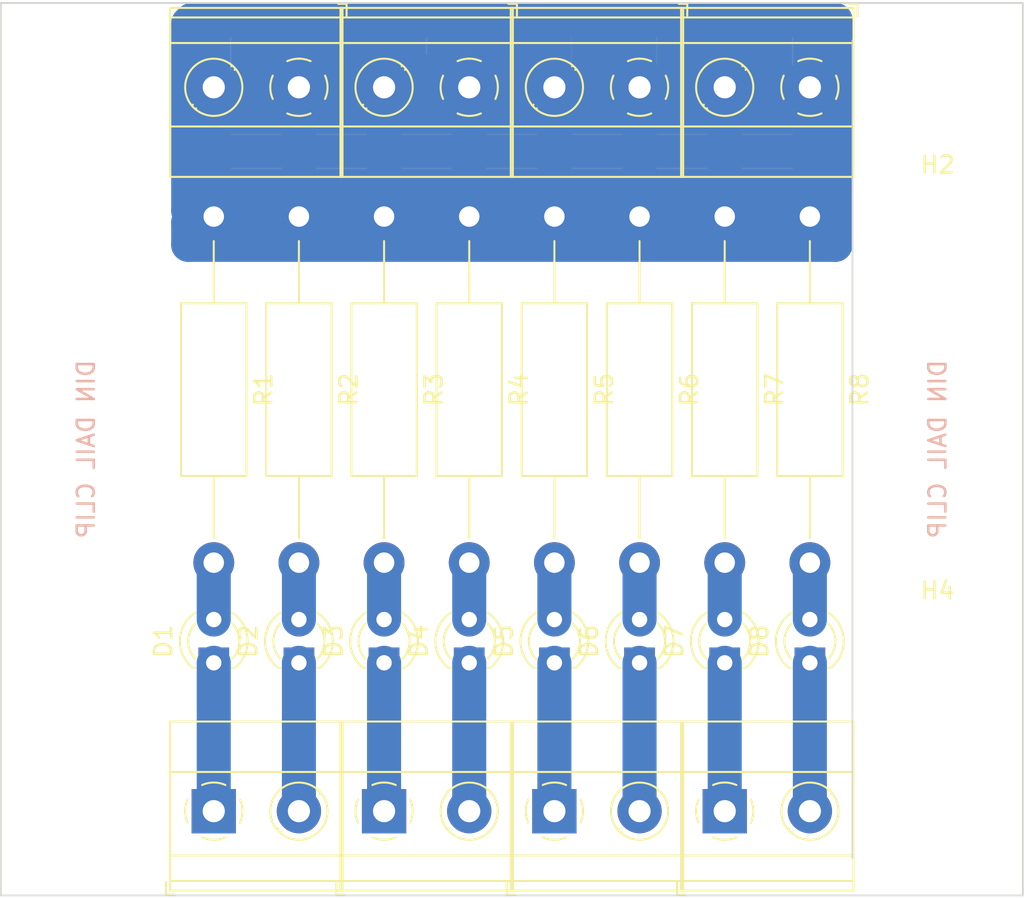
<source format=kicad_pcb>
(kicad_pcb (version 20240108) (generator "pcbnew") (generator_version "8.0")
  (layers (0 "F.Cu" signal) (31 "B.Cu" signal) (34 "B.Paste" user) (35 "F.Paste" user) (36 "B.SilkS" user "B.Silkscreen") (37 "F.SilkS" user "F.Silkscreen") (38 "B.Mask" user) (39 "F.Mask" user) (44 "Edge.Cuts" user))
  (net 0 "")
  (net 1 "Net-(D1-K)")
  (net 2 "Net-(D2-K)")
  (net 3 "Net-(D3-K)")
  (net 4 "Net-(D4-K)")
  (net 5 "Net-(D5-K)")
  (net 6 "Net-(D6-K)")
  (net 7 "Net-(D7-K)")
  (net 8 "Net-(D8-K)")
  (net 9 "Net-(D1-A)")
  (net 10 "Net-(D2-A)")
  (net 11 "Net-(D3-A)")
  (net 12 "Net-(D4-A)")
  (net 13 "Net-(D5-A)")
  (net 14 "Net-(D6-A)")
  (net 15 "Net-(D7-A)")
  (net 16 "Net-(D8-A)")
  (net 17 "Net-(J5-Pin_1)")
  (footprint "TerminalBlock_Phoenix:TerminalBlock_Phoenix_MKDS-1,5-2_1x02_P5.00mm_Horizontal" (layer "F.Cu") (at 92.5 78.75 180)
    (property "Reference" "J5" (hide yes))
    (property "Value" "Screw_Terminal_01x02" (hide yes))
    (fp_line (start 7.56 -5.261) (end 7.56 4.66) (stroke (width 0.12)) (layer "F.SilkS"))
    (fp_line (start 6.275 -1.069) (end 6.228 -1.023) (stroke (width 0.12)) (layer "F.SilkS"))
    (fp_line (start 6.07 -1.275) (end 6.035 -1.239) (stroke (width 0.12)) (layer "F.SilkS"))
    (fp_line (start 3.966 1.239) (end 3.931 1.274) (stroke (width 0.12)) (layer "F.SilkS"))
    (fp_line (start 3.773 1.023) (end 3.726 1.069) (stroke (width 0.12)) (layer "F.SilkS"))
    (fp_line (start -2.56 4.66) (end 7.56 4.66) (stroke (width 0.12)) (layer "F.SilkS"))
    (fp_line (start -2.56 4.1) (end 7.56 4.1) (stroke (width 0.12)) (layer "F.SilkS"))
    (fp_line (start -2.56 2.6) (end 7.56 2.6) (stroke (width 0.12)) (layer "F.SilkS"))
    (fp_line (start -2.56 -2.301) (end 7.56 -2.301) (stroke (width 0.12)) (layer "F.SilkS"))
    (fp_line (start -2.56 -5.261) (end 7.56 -5.261) (stroke (width 0.12)) (layer "F.SilkS"))
    (fp_line (start -2.56 -5.261) (end -2.56 4.66) (stroke (width 0.12)) (layer "F.SilkS"))
    (fp_line (start -2.8 4.9) (end -2.3 4.9) (stroke (width 0.12)) (layer "F.SilkS"))
    (fp_line (start -2.8 4.16) (end -2.8 4.9) (stroke (width 0.12)) (layer "F.SilkS"))
    (fp_arc (start 1.535427 -0.683042) (mid 1.680501 0.000524) (end 1.535 0.684) (stroke (width 0.12)) (layer "F.SilkS"))
    (fp_arc (start 0.683318 1.534756) (mid 0.349292 1.643288) (end 0 1.68) (stroke (width 0.12)) (layer "F.SilkS"))
    (fp_arc (start 0.028805 1.680253) (mid -0.335551 1.646659) (end -0.684 1.535) (stroke (width 0.12)) (layer "F.SilkS"))
    (fp_arc (start -0.683042 -1.535427) (mid 0.000524 -1.680501) (end 0.684 -1.535) (stroke (width 0.12)) (layer "F.SilkS"))
    (fp_arc (start -1.535427 0.683042) (mid -1.680501 -0.000524) (end -1.535 -0.684) (stroke (width 0.12)) (layer "F.SilkS"))
    (fp_circle (center 5 0) (end 6.68 0) (stroke (width 0.12)) (fill none) (layer "F.SilkS"))
    (pad "1" thru_hole rect (at 0 0 180) (size 2.6 2.6) (drill 1.3) (layers "*.Cu" "*.Mask") (net 17 "Net-(J5-Pin_1)"))
    (pad "2" thru_hole circle (at 5 0 180) (size 2.6 2.6) (drill 1.3) (layers "*.Cu" "*.Mask") (net 17 "Net-(J5-Pin_1)"))
  )
  (footprint "Resistor_THT:R_Axial_DIN0411_L9.9mm_D3.6mm_P20.32mm_Horizontal" (layer "F.Cu") (at 67.5 86.34 -90)
    (property "Reference" "R3" (at 10.16 -2.92 90) (layer "F.SilkS"))
    (property "Value" "R")
    (fp_line (start 5.09 1.92) (end 15.23 1.92) (stroke (width 0.12)) (layer "F.SilkS"))
    (fp_line (start 15.23 1.92) (end 15.23 -1.92) (stroke (width 0.12)) (layer "F.SilkS"))
    (fp_line (start 1.44 0) (end 5.09 0) (stroke (width 0.12)) (layer "F.SilkS"))
    (fp_line (start 18.88 0) (end 15.23 0) (stroke (width 0.12)) (layer "F.SilkS"))
    (fp_line (start 5.09 -1.92) (end 5.09 1.92) (stroke (width 0.12)) (layer "F.SilkS"))
    (fp_line (start 15.23 -1.92) (end 5.09 -1.92) (stroke (width 0.12)) (layer "F.SilkS"))
    (pad "1" thru_hole circle (at 0 0 270) (size 2.4 2.4) (drill 1.2) (layers "*.Cu" "*.Mask") (net 17 "Net-(J5-Pin_1)"))
    (pad "2" thru_hole oval (at 20.32 0 270) (size 2.4 2.4) (drill 1.2) (layers "*.Cu" "*.Mask") (net 11 "Net-(D3-A)"))
  )
  (footprint "MountingHole:MountingHole_3.2mm_M3" (layer "F.Cu") (at 100 87.5)
    (property "Reference" "H2" (at 0 -4.2 0) (layer "F.SilkS"))
    (property "Value" "MountingHole" (hide yes))
    (pad "" np_thru_hole circle (at 0 0) (size 3.2 3.2) (drill 3.2) (layers "*.Cu" "*.Mask"))
  )
  (footprint "LED_THT:LED_D3.0mm" (layer "F.Cu") (at 87.5 112.54 90)
    (property "Reference" "D7" (at 1.27 -2.96 90) (layer "F.SilkS"))
    (property "Value" "LED")
    (fp_line (start -0.29 -1.236) (end -0.29 -1.08) (stroke (width 0.12)) (layer "F.SilkS"))
    (fp_line (start -0.29 1.08) (end -0.29 1.236) (stroke (width 0.12)) (layer "F.SilkS"))
    (fp_arc (start -0.29 -1.235516) (mid 1.365624 -1.987701) (end 2.941397 -1.080061) (stroke (width 0.12)) (layer "F.SilkS"))
    (fp_arc (start 0.229039 -1.08) (mid 1.269965 -1.5) (end 2.31091 -1.080049) (stroke (width 0.12)) (layer "F.SilkS"))
    (fp_arc (start 2.31091 1.080049) (mid 1.269965 1.5) (end 0.229039 1.08) (stroke (width 0.12)) (layer "F.SilkS"))
    (fp_arc (start 2.941397 1.080061) (mid 1.365624 1.987701) (end -0.29 1.235516) (stroke (width 0.12)) (layer "F.SilkS"))
    (pad "1" thru_hole rect (at 0 0 90) (size 1.8 1.8) (drill 0.9) (layers "*.Cu" "*.Mask") (net 7 "Net-(D7-K)"))
    (pad "2" thru_hole circle (at 2.54 0 90) (size 1.8 1.8) (drill 0.9) (layers "*.Cu" "*.Mask") (net 15 "Net-(D7-A)"))
  )
  (footprint "TerminalBlock_Phoenix:TerminalBlock_Phoenix_MKDS-1,5-2_1x02_P5.00mm_Horizontal" (layer "F.Cu") (at 67.5 121.25)
    (property "Reference" "J2" (hide yes))
    (property "Value" "Screw_Terminal_01x02" (hide yes))
    (fp_line (start -2.8 4.16) (end -2.8 4.9) (stroke (width 0.12)) (layer "F.SilkS"))
    (fp_line (start -2.8 4.9) (end -2.3 4.9) (stroke (width 0.12)) (layer "F.SilkS"))
    (fp_line (start -2.56 -5.261) (end -2.56 4.66) (stroke (width 0.12)) (layer "F.SilkS"))
    (fp_line (start -2.56 -5.261) (end 7.56 -5.261) (stroke (width 0.12)) (layer "F.SilkS"))
    (fp_line (start -2.56 -2.301) (end 7.56 -2.301) (stroke (width 0.12)) (layer "F.SilkS"))
    (fp_line (start -2.56 2.6) (end 7.56 2.6) (stroke (width 0.12)) (layer "F.SilkS"))
    (fp_line (start -2.56 4.1) (end 7.56 4.1) (stroke (width 0.12)) (layer "F.SilkS"))
    (fp_line (start -2.56 4.66) (end 7.56 4.66) (stroke (width 0.12)) (layer "F.SilkS"))
    (fp_line (start 3.773 1.023) (end 3.726 1.069) (stroke (width 0.12)) (layer "F.SilkS"))
    (fp_line (start 3.966 1.239) (end 3.931 1.274) (stroke (width 0.12)) (layer "F.SilkS"))
    (fp_line (start 6.07 -1.275) (end 6.035 -1.239) (stroke (width 0.12)) (layer "F.SilkS"))
    (fp_line (start 6.275 -1.069) (end 6.228 -1.023) (stroke (width 0.12)) (layer "F.SilkS"))
    (fp_line (start 7.56 -5.261) (end 7.56 4.66) (stroke (width 0.12)) (layer "F.SilkS"))
    (fp_arc (start -1.535427 0.683042) (mid -1.680501 -0.000524) (end -1.535 -0.684) (stroke (width 0.12)) (layer "F.SilkS"))
    (fp_arc (start -0.683042 -1.535427) (mid 0.000524 -1.680501) (end 0.684 -1.535) (stroke (width 0.12)) (layer "F.SilkS"))
    (fp_arc (start 0.028805 1.680253) (mid -0.335551 1.646659) (end -0.684 1.535) (stroke (width 0.12)) (layer "F.SilkS"))
    (fp_arc (start 0.683318 1.534756) (mid 0.349292 1.643288) (end 0 1.68) (stroke (width 0.12)) (layer "F.SilkS"))
    (fp_arc (start 1.535427 -0.683042) (mid 1.680501 0.000524) (end 1.535 0.684) (stroke (width 0.12)) (layer "F.SilkS"))
    (fp_circle (center 5 0) (end 6.68 0) (stroke (width 0.12)) (fill none) (layer "F.SilkS"))
    (pad "1" thru_hole rect (at 0 0) (size 2.6 2.6) (drill 1.3) (layers "*.Cu" "*.Mask") (net 3 "Net-(D3-K)"))
    (pad "2" thru_hole circle (at 5 0) (size 2.6 2.6) (drill 1.3) (layers "*.Cu" "*.Mask") (net 4 "Net-(D4-K)"))
  )
  (footprint "MountingHole:MountingHole_3.2mm_M3" (layer "F.Cu") (at 50 87.5)
    (property "Reference" "H1" (hide yes))
    (property "Value" "MountingHole" (hide yes))
    (pad "" np_thru_hole circle (at 0 0) (size 3.2 3.2) (drill 3.2) (layers "*.Cu" "*.Mask"))
  )
  (footprint "Resistor_THT:R_Axial_DIN0411_L9.9mm_D3.6mm_P20.32mm_Horizontal" (layer "F.Cu") (at 87.5 86.34 -90)
    (property "Reference" "R7" (at 10.16 -2.92 90) (layer "F.SilkS"))
    (property "Value" "R")
    (fp_line (start 5.09 1.92) (end 15.23 1.92) (stroke (width 0.12)) (layer "F.SilkS"))
    (fp_line (start 15.23 1.92) (end 15.23 -1.92) (stroke (width 0.12)) (layer "F.SilkS"))
    (fp_line (start 1.44 0) (end 5.09 0) (stroke (width 0.12)) (layer "F.SilkS"))
    (fp_line (start 18.88 0) (end 15.23 0) (stroke (width 0.12)) (layer "F.SilkS"))
    (fp_line (start 5.09 -1.92) (end 5.09 1.92) (stroke (width 0.12)) (layer "F.SilkS"))
    (fp_line (start 15.23 -1.92) (end 5.09 -1.92) (stroke (width 0.12)) (layer "F.SilkS"))
    (pad "1" thru_hole circle (at 0 0 270) (size 2.4 2.4) (drill 1.2) (layers "*.Cu" "*.Mask") (net 17 "Net-(J5-Pin_1)"))
    (pad "2" thru_hole oval (at 20.32 0 270) (size 2.4 2.4) (drill 1.2) (layers "*.Cu" "*.Mask") (net 15 "Net-(D7-A)"))
  )
  (footprint "Resistor_THT:R_Axial_DIN0411_L9.9mm_D3.6mm_P20.32mm_Horizontal" (layer "F.Cu") (at 57.5 86.34 -90)
    (property "Reference" "R1" (at 10.16 -2.92 90) (layer "F.SilkS"))
    (property "Value" "R")
    (fp_line (start 5.09 1.92) (end 15.23 1.92) (stroke (width 0.12)) (layer "F.SilkS"))
    (fp_line (start 15.23 1.92) (end 15.23 -1.92) (stroke (width 0.12)) (layer "F.SilkS"))
    (fp_line (start 1.44 0) (end 5.09 0) (stroke (width 0.12)) (layer "F.SilkS"))
    (fp_line (start 18.88 0) (end 15.23 0) (stroke (width 0.12)) (layer "F.SilkS"))
    (fp_line (start 5.09 -1.92) (end 5.09 1.92) (stroke (width 0.12)) (layer "F.SilkS"))
    (fp_line (start 15.23 -1.92) (end 5.09 -1.92) (stroke (width 0.12)) (layer "F.SilkS"))
    (pad "1" thru_hole circle (at 0 0 270) (size 2.4 2.4) (drill 1.2) (layers "*.Cu" "*.Mask") (net 17 "Net-(J5-Pin_1)"))
    (pad "2" thru_hole oval (at 20.32 0 270) (size 2.4 2.4) (drill 1.2) (layers "*.Cu" "*.Mask") (net 9 "Net-(D1-A)"))
  )
  (footprint "TerminalBlock_Phoenix:TerminalBlock_Phoenix_MKDS-1,5-2_1x02_P5.00mm_Horizontal" (layer "F.Cu") (at 62.5 78.75 180)
    (property "Reference" "J8" (hide yes))
    (property "Value" "Screw_Terminal_01x02" (hide yes))
    (fp_line (start 7.56 -5.261) (end 7.56 4.66) (stroke (width 0.12)) (layer "F.SilkS"))
    (fp_line (start 6.275 -1.069) (end 6.228 -1.023) (stroke (width 0.12)) (layer "F.SilkS"))
    (fp_line (start 6.07 -1.275) (end 6.035 -1.239) (stroke (width 0.12)) (layer "F.SilkS"))
    (fp_line (start 3.966 1.239) (end 3.931 1.274) (stroke (width 0.12)) (layer "F.SilkS"))
    (fp_line (start 3.773 1.023) (end 3.726 1.069) (stroke (width 0.12)) (layer "F.SilkS"))
    (fp_line (start -2.56 4.66) (end 7.56 4.66) (stroke (width 0.12)) (layer "F.SilkS"))
    (fp_line (start -2.56 4.1) (end 7.56 4.1) (stroke (width 0.12)) (layer "F.SilkS"))
    (fp_line (start -2.56 2.6) (end 7.56 2.6) (stroke (width 0.12)) (layer "F.SilkS"))
    (fp_line (start -2.56 -2.301) (end 7.56 -2.301) (stroke (width 0.12)) (layer "F.SilkS"))
    (fp_line (start -2.56 -5.261) (end 7.56 -5.261) (stroke (width 0.12)) (layer "F.SilkS"))
    (fp_line (start -2.56 -5.261) (end -2.56 4.66) (stroke (width 0.12)) (layer "F.SilkS"))
    (fp_line (start -2.8 4.9) (end -2.3 4.9) (stroke (width 0.12)) (layer "F.SilkS"))
    (fp_line (start -2.8 4.16) (end -2.8 4.9) (stroke (width 0.12)) (layer "F.SilkS"))
    (fp_arc (start 1.535427 -0.683042) (mid 1.680501 0.000524) (end 1.535 0.684) (stroke (width 0.12)) (layer "F.SilkS"))
    (fp_arc (start 0.683318 1.534756) (mid 0.349292 1.643288) (end 0 1.68) (stroke (width 0.12)) (layer "F.SilkS"))
    (fp_arc (start 0.028805 1.680253) (mid -0.335551 1.646659) (end -0.684 1.535) (stroke (width 0.12)) (layer "F.SilkS"))
    (fp_arc (start -0.683042 -1.535427) (mid 0.000524 -1.680501) (end 0.684 -1.535) (stroke (width 0.12)) (layer "F.SilkS"))
    (fp_arc (start -1.535427 0.683042) (mid -1.680501 -0.000524) (end -1.535 -0.684) (stroke (width 0.12)) (layer "F.SilkS"))
    (fp_circle (center 5 0) (end 6.68 0) (stroke (width 0.12)) (fill none) (layer "F.SilkS"))
    (pad "1" thru_hole rect (at 0 0 180) (size 2.6 2.6) (drill 1.3) (layers "*.Cu" "*.Mask") (net 17 "Net-(J5-Pin_1)"))
    (pad "2" thru_hole circle (at 5 0 180) (size 2.6 2.6) (drill 1.3) (layers "*.Cu" "*.Mask") (net 17 "Net-(J5-Pin_1)"))
  )
  (footprint "Resistor_THT:R_Axial_DIN0411_L9.9mm_D3.6mm_P20.32mm_Horizontal" (layer "F.Cu") (at 72.5 86.34 -90)
    (property "Reference" "R4" (at 10.16 -2.92 90) (layer "F.SilkS"))
    (property "Value" "R")
    (fp_line (start 5.09 1.92) (end 15.23 1.92) (stroke (width 0.12)) (layer "F.SilkS"))
    (fp_line (start 15.23 1.92) (end 15.23 -1.92) (stroke (width 0.12)) (layer "F.SilkS"))
    (fp_line (start 1.44 0) (end 5.09 0) (stroke (width 0.12)) (layer "F.SilkS"))
    (fp_line (start 18.88 0) (end 15.23 0) (stroke (width 0.12)) (layer "F.SilkS"))
    (fp_line (start 5.09 -1.92) (end 5.09 1.92) (stroke (width 0.12)) (layer "F.SilkS"))
    (fp_line (start 15.23 -1.92) (end 5.09 -1.92) (stroke (width 0.12)) (layer "F.SilkS"))
    (pad "1" thru_hole circle (at 0 0 270) (size 2.4 2.4) (drill 1.2) (layers "*.Cu" "*.Mask") (net 17 "Net-(J5-Pin_1)"))
    (pad "2" thru_hole oval (at 20.32 0 270) (size 2.4 2.4) (drill 1.2) (layers "*.Cu" "*.Mask") (net 12 "Net-(D4-A)"))
  )
  (footprint "TerminalBlock_Phoenix:TerminalBlock_Phoenix_MKDS-1,5-2_1x02_P5.00mm_Horizontal" (layer "F.Cu") (at 72.5 78.75 180)
    (property "Reference" "J7" (hide yes))
    (property "Value" "Screw_Terminal_01x02" (hide yes))
    (fp_line (start 7.56 -5.261) (end 7.56 4.66) (stroke (width 0.12)) (layer "F.SilkS"))
    (fp_line (start 6.275 -1.069) (end 6.228 -1.023) (stroke (width 0.12)) (layer "F.SilkS"))
    (fp_line (start 6.07 -1.275) (end 6.035 -1.239) (stroke (width 0.12)) (layer "F.SilkS"))
    (fp_line (start 3.966 1.239) (end 3.931 1.274) (stroke (width 0.12)) (layer "F.SilkS"))
    (fp_line (start 3.773 1.023) (end 3.726 1.069) (stroke (width 0.12)) (layer "F.SilkS"))
    (fp_line (start -2.56 4.66) (end 7.56 4.66) (stroke (width 0.12)) (layer "F.SilkS"))
    (fp_line (start -2.56 4.1) (end 7.56 4.1) (stroke (width 0.12)) (layer "F.SilkS"))
    (fp_line (start -2.56 2.6) (end 7.56 2.6) (stroke (width 0.12)) (layer "F.SilkS"))
    (fp_line (start -2.56 -2.301) (end 7.56 -2.301) (stroke (width 0.12)) (layer "F.SilkS"))
    (fp_line (start -2.56 -5.261) (end 7.56 -5.261) (stroke (width 0.12)) (layer "F.SilkS"))
    (fp_line (start -2.56 -5.261) (end -2.56 4.66) (stroke (width 0.12)) (layer "F.SilkS"))
    (fp_line (start -2.8 4.9) (end -2.3 4.9) (stroke (width 0.12)) (layer "F.SilkS"))
    (fp_line (start -2.8 4.16) (end -2.8 4.9) (stroke (width 0.12)) (layer "F.SilkS"))
    (fp_arc (start 1.535427 -0.683042) (mid 1.680501 0.000524) (end 1.535 0.684) (stroke (width 0.12)) (layer "F.SilkS"))
    (fp_arc (start 0.683318 1.534756) (mid 0.349292 1.643288) (end 0 1.68) (stroke (width 0.12)) (layer "F.SilkS"))
    (fp_arc (start 0.028805 1.680253) (mid -0.335551 1.646659) (end -0.684 1.535) (stroke (width 0.12)) (layer "F.SilkS"))
    (fp_arc (start -0.683042 -1.535427) (mid 0.000524 -1.680501) (end 0.684 -1.535) (stroke (width 0.12)) (layer "F.SilkS"))
    (fp_arc (start -1.535427 0.683042) (mid -1.680501 -0.000524) (end -1.535 -0.684) (stroke (width 0.12)) (layer "F.SilkS"))
    (fp_circle (center 5 0) (end 6.68 0) (stroke (width 0.12)) (fill none) (layer "F.SilkS"))
    (pad "1" thru_hole rect (at 0 0 180) (size 2.6 2.6) (drill 1.3) (layers "*.Cu" "*.Mask") (net 17 "Net-(J5-Pin_1)"))
    (pad "2" thru_hole circle (at 5 0 180) (size 2.6 2.6) (drill 1.3) (layers "*.Cu" "*.Mask") (net 17 "Net-(J5-Pin_1)"))
  )
  (footprint "MountingHole:MountingHole_3.2mm_M3" (layer "F.Cu") (at 100 112.5)
    (property "Reference" "H4" (at 0 -4.2 0) (layer "F.SilkS"))
    (property "Value" "MountingHole" (hide yes))
    (pad "" np_thru_hole circle (at 0 0) (size 3.2 3.2) (drill 3.2) (layers "*.Cu" "*.Mask"))
  )
  (footprint "LED_THT:LED_D3.0mm" (layer "F.Cu") (at 72.5 112.54 90)
    (property "Reference" "D4" (at 1.27 -2.96 90) (layer "F.SilkS"))
    (property "Value" "LED")
    (fp_line (start -0.29 -1.236) (end -0.29 -1.08) (stroke (width 0.12)) (layer "F.SilkS"))
    (fp_line (start -0.29 1.08) (end -0.29 1.236) (stroke (width 0.12)) (layer "F.SilkS"))
    (fp_arc (start -0.29 -1.235516) (mid 1.365624 -1.987701) (end 2.941397 -1.080061) (stroke (width 0.12)) (layer "F.SilkS"))
    (fp_arc (start 0.229039 -1.08) (mid 1.269965 -1.5) (end 2.31091 -1.080049) (stroke (width 0.12)) (layer "F.SilkS"))
    (fp_arc (start 2.31091 1.080049) (mid 1.269965 1.5) (end 0.229039 1.08) (stroke (width 0.12)) (layer "F.SilkS"))
    (fp_arc (start 2.941397 1.080061) (mid 1.365624 1.987701) (end -0.29 1.235516) (stroke (width 0.12)) (layer "F.SilkS"))
    (pad "1" thru_hole rect (at 0 0 90) (size 1.8 1.8) (drill 0.9) (layers "*.Cu" "*.Mask") (net 4 "Net-(D4-K)"))
    (pad "2" thru_hole circle (at 2.54 0 90) (size 1.8 1.8) (drill 0.9) (layers "*.Cu" "*.Mask") (net 12 "Net-(D4-A)"))
  )
  (footprint "Resistor_THT:R_Axial_DIN0411_L9.9mm_D3.6mm_P20.32mm_Horizontal" (layer "F.Cu") (at 82.5 86.34 -90)
    (property "Reference" "R6" (at 10.16 -2.92 90) (layer "F.SilkS"))
    (property "Value" "R")
    (fp_line (start 5.09 1.92) (end 15.23 1.92) (stroke (width 0.12)) (layer "F.SilkS"))
    (fp_line (start 15.23 1.92) (end 15.23 -1.92) (stroke (width 0.12)) (layer "F.SilkS"))
    (fp_line (start 1.44 0) (end 5.09 0) (stroke (width 0.12)) (layer "F.SilkS"))
    (fp_line (start 18.88 0) (end 15.23 0) (stroke (width 0.12)) (layer "F.SilkS"))
    (fp_line (start 5.09 -1.92) (end 5.09 1.92) (stroke (width 0.12)) (layer "F.SilkS"))
    (fp_line (start 15.23 -1.92) (end 5.09 -1.92) (stroke (width 0.12)) (layer "F.SilkS"))
    (pad "1" thru_hole circle (at 0 0 270) (size 2.4 2.4) (drill 1.2) (layers "*.Cu" "*.Mask") (net 17 "Net-(J5-Pin_1)"))
    (pad "2" thru_hole oval (at 20.32 0 270) (size 2.4 2.4) (drill 1.2) (layers "*.Cu" "*.Mask") (net 14 "Net-(D6-A)"))
  )
  (footprint "MountingHole:MountingHole_3.2mm_M3" (layer "F.Cu") (at 50 112.5)
    (property "Reference" "H3" (hide yes))
    (property "Value" "MountingHole" (hide yes))
    (pad "" np_thru_hole circle (at 0 0) (size 3.2 3.2) (drill 3.2) (layers "*.Cu" "*.Mask"))
  )
  (footprint "LED_THT:LED_D3.0mm" (layer "F.Cu") (at 57.5 112.54 90)
    (property "Reference" "D1" (at 1.27 -2.96 90) (layer "F.SilkS"))
    (property "Value" "LED")
    (fp_line (start -0.29 -1.236) (end -0.29 -1.08) (stroke (width 0.12)) (layer "F.SilkS"))
    (fp_line (start -0.29 1.08) (end -0.29 1.236) (stroke (width 0.12)) (layer "F.SilkS"))
    (fp_arc (start -0.29 -1.235516) (mid 1.365624 -1.987701) (end 2.941397 -1.080061) (stroke (width 0.12)) (layer "F.SilkS"))
    (fp_arc (start 0.229039 -1.08) (mid 1.269965 -1.5) (end 2.31091 -1.080049) (stroke (width 0.12)) (layer "F.SilkS"))
    (fp_arc (start 2.31091 1.080049) (mid 1.269965 1.5) (end 0.229039 1.08) (stroke (width 0.12)) (layer "F.SilkS"))
    (fp_arc (start 2.941397 1.080061) (mid 1.365624 1.987701) (end -0.29 1.235516) (stroke (width 0.12)) (layer "F.SilkS"))
    (pad "1" thru_hole rect (at 0 0 90) (size 1.8 1.8) (drill 0.9) (layers "*.Cu" "*.Mask") (net 1 "Net-(D1-K)"))
    (pad "2" thru_hole circle (at 2.54 0 90) (size 1.8 1.8) (drill 0.9) (layers "*.Cu" "*.Mask") (net 9 "Net-(D1-A)"))
  )
  (footprint "Resistor_THT:R_Axial_DIN0411_L9.9mm_D3.6mm_P20.32mm_Horizontal" (layer "F.Cu") (at 77.5 86.34 -90)
    (property "Reference" "R5" (at 10.16 -2.92 90) (layer "F.SilkS"))
    (property "Value" "R")
    (fp_line (start 5.09 1.92) (end 15.23 1.92) (stroke (width 0.12)) (layer "F.SilkS"))
    (fp_line (start 15.23 1.92) (end 15.23 -1.92) (stroke (width 0.12)) (layer "F.SilkS"))
    (fp_line (start 1.44 0) (end 5.09 0) (stroke (width 0.12)) (layer "F.SilkS"))
    (fp_line (start 18.88 0) (end 15.23 0) (stroke (width 0.12)) (layer "F.SilkS"))
    (fp_line (start 5.09 -1.92) (end 5.09 1.92) (stroke (width 0.12)) (layer "F.SilkS"))
    (fp_line (start 15.23 -1.92) (end 5.09 -1.92) (stroke (width 0.12)) (layer "F.SilkS"))
    (pad "1" thru_hole circle (at 0 0 270) (size 2.4 2.4) (drill 1.2) (layers "*.Cu" "*.Mask") (net 17 "Net-(J5-Pin_1)"))
    (pad "2" thru_hole oval (at 20.32 0 270) (size 2.4 2.4) (drill 1.2) (layers "*.Cu" "*.Mask") (net 13 "Net-(D5-A)"))
  )
  (footprint "LED_THT:LED_D3.0mm" (layer "F.Cu") (at 77.5 112.54 90)
    (property "Reference" "D5" (at 1.27 -2.96 90) (layer "F.SilkS"))
    (property "Value" "LED")
    (fp_line (start -0.29 -1.236) (end -0.29 -1.08) (stroke (width 0.12)) (layer "F.SilkS"))
    (fp_line (start -0.29 1.08) (end -0.29 1.236) (stroke (width 0.12)) (layer "F.SilkS"))
    (fp_arc (start -0.29 -1.235516) (mid 1.365624 -1.987701) (end 2.941397 -1.080061) (stroke (width 0.12)) (layer "F.SilkS"))
    (fp_arc (start 0.229039 -1.08) (mid 1.269965 -1.5) (end 2.31091 -1.080049) (stroke (width 0.12)) (layer "F.SilkS"))
    (fp_arc (start 2.31091 1.080049) (mid 1.269965 1.5) (end 0.229039 1.08) (stroke (width 0.12)) (layer "F.SilkS"))
    (fp_arc (start 2.941397 1.080061) (mid 1.365624 1.987701) (end -0.29 1.235516) (stroke (width 0.12)) (layer "F.SilkS"))
    (pad "1" thru_hole rect (at 0 0 90) (size 1.8 1.8) (drill 0.9) (layers "*.Cu" "*.Mask") (net 5 "Net-(D5-K)"))
    (pad "2" thru_hole circle (at 2.54 0 90) (size 1.8 1.8) (drill 0.9) (layers "*.Cu" "*.Mask") (net 13 "Net-(D5-A)"))
  )
  (footprint "TerminalBlock_Phoenix:TerminalBlock_Phoenix_MKDS-1,5-2_1x02_P5.00mm_Horizontal" (layer "F.Cu") (at 82.5 78.75 180)
    (property "Reference" "J6" (hide yes))
    (property "Value" "Screw_Terminal_01x02" (hide yes))
    (fp_line (start 7.56 -5.261) (end 7.56 4.66) (stroke (width 0.12)) (layer "F.SilkS"))
    (fp_line (start 6.275 -1.069) (end 6.228 -1.023) (stroke (width 0.12)) (layer "F.SilkS"))
    (fp_line (start 6.07 -1.275) (end 6.035 -1.239) (stroke (width 0.12)) (layer "F.SilkS"))
    (fp_line (start 3.966 1.239) (end 3.931 1.274) (stroke (width 0.12)) (layer "F.SilkS"))
    (fp_line (start 3.773 1.023) (end 3.726 1.069) (stroke (width 0.12)) (layer "F.SilkS"))
    (fp_line (start -2.56 4.66) (end 7.56 4.66) (stroke (width 0.12)) (layer "F.SilkS"))
    (fp_line (start -2.56 4.1) (end 7.56 4.1) (stroke (width 0.12)) (layer "F.SilkS"))
    (fp_line (start -2.56 2.6) (end 7.56 2.6) (stroke (width 0.12)) (layer "F.SilkS"))
    (fp_line (start -2.56 -2.301) (end 7.56 -2.301) (stroke (width 0.12)) (layer "F.SilkS"))
    (fp_line (start -2.56 -5.261) (end 7.56 -5.261) (stroke (width 0.12)) (layer "F.SilkS"))
    (fp_line (start -2.56 -5.261) (end -2.56 4.66) (stroke (width 0.12)) (layer "F.SilkS"))
    (fp_line (start -2.8 4.9) (end -2.3 4.9) (stroke (width 0.12)) (layer "F.SilkS"))
    (fp_line (start -2.8 4.16) (end -2.8 4.9) (stroke (width 0.12)) (layer "F.SilkS"))
    (fp_arc (start 1.535427 -0.683042) (mid 1.680501 0.000524) (end 1.535 0.684) (stroke (width 0.12)) (layer "F.SilkS"))
    (fp_arc (start 0.683318 1.534756) (mid 0.349292 1.643288) (end 0 1.68) (stroke (width 0.12)) (layer "F.SilkS"))
    (fp_arc (start 0.028805 1.680253) (mid -0.335551 1.646659) (end -0.684 1.535) (stroke (width 0.12)) (layer "F.SilkS"))
    (fp_arc (start -0.683042 -1.535427) (mid 0.000524 -1.680501) (end 0.684 -1.535) (stroke (width 0.12)) (layer "F.SilkS"))
    (fp_arc (start -1.535427 0.683042) (mid -1.680501 -0.000524) (end -1.535 -0.684) (stroke (width 0.12)) (layer "F.SilkS"))
    (fp_circle (center 5 0) (end 6.68 0) (stroke (width 0.12)) (fill none) (layer "F.SilkS"))
    (pad "1" thru_hole rect (at 0 0 180) (size 2.6 2.6) (drill 1.3) (layers "*.Cu" "*.Mask") (net 17 "Net-(J5-Pin_1)"))
    (pad "2" thru_hole circle (at 5 0 180) (size 2.6 2.6) (drill 1.3) (layers "*.Cu" "*.Mask") (net 17 "Net-(J5-Pin_1)"))
  )
  (footprint "TerminalBlock_Phoenix:TerminalBlock_Phoenix_MKDS-1,5-2_1x02_P5.00mm_Horizontal" (layer "F.Cu") (at 57.5 121.25)
    (property "Reference" "J1" (hide yes))
    (property "Value" "Screw_Terminal_01x02" (hide yes))
    (fp_line (start -2.8 4.16) (end -2.8 4.9) (stroke (width 0.12)) (layer "F.SilkS"))
    (fp_line (start -2.8 4.9) (end -2.3 4.9) (stroke (width 0.12)) (layer "F.SilkS"))
    (fp_line (start -2.56 -5.261) (end -2.56 4.66) (stroke (width 0.12)) (layer "F.SilkS"))
    (fp_line (start -2.56 -5.261) (end 7.56 -5.261) (stroke (width 0.12)) (layer "F.SilkS"))
    (fp_line (start -2.56 -2.301) (end 7.56 -2.301) (stroke (width 0.12)) (layer "F.SilkS"))
    (fp_line (start -2.56 2.6) (end 7.56 2.6) (stroke (width 0.12)) (layer "F.SilkS"))
    (fp_line (start -2.56 4.1) (end 7.56 4.1) (stroke (width 0.12)) (layer "F.SilkS"))
    (fp_line (start -2.56 4.66) (end 7.56 4.66) (stroke (width 0.12)) (layer "F.SilkS"))
    (fp_line (start 3.773 1.023) (end 3.726 1.069) (stroke (width 0.12)) (layer "F.SilkS"))
    (fp_line (start 3.966 1.239) (end 3.931 1.274) (stroke (width 0.12)) (layer "F.SilkS"))
    (fp_line (start 6.07 -1.275) (end 6.035 -1.239) (stroke (width 0.12)) (layer "F.SilkS"))
    (fp_line (start 6.275 -1.069) (end 6.228 -1.023) (stroke (width 0.12)) (layer "F.SilkS"))
    (fp_line (start 7.56 -5.261) (end 7.56 4.66) (stroke (width 0.12)) (layer "F.SilkS"))
    (fp_arc (start -1.535427 0.683042) (mid -1.680501 -0.000524) (end -1.535 -0.684) (stroke (width 0.12)) (layer "F.SilkS"))
    (fp_arc (start -0.683042 -1.535427) (mid 0.000524 -1.680501) (end 0.684 -1.535) (stroke (width 0.12)) (layer "F.SilkS"))
    (fp_arc (start 0.028805 1.680253) (mid -0.335551 1.646659) (end -0.684 1.535) (stroke (width 0.12)) (layer "F.SilkS"))
    (fp_arc (start 0.683318 1.534756) (mid 0.349292 1.643288) (end 0 1.68) (stroke (width 0.12)) (layer "F.SilkS"))
    (fp_arc (start 1.535427 -0.683042) (mid 1.680501 0.000524) (end 1.535 0.684) (stroke (width 0.12)) (layer "F.SilkS"))
    (fp_circle (center 5 0) (end 6.68 0) (stroke (width 0.12)) (fill none) (layer "F.SilkS"))
    (pad "1" thru_hole rect (at 0 0) (size 2.6 2.6) (drill 1.3) (layers "*.Cu" "*.Mask") (net 1 "Net-(D1-K)"))
    (pad "2" thru_hole circle (at 5 0) (size 2.6 2.6) (drill 1.3) (layers "*.Cu" "*.Mask") (net 2 "Net-(D2-K)"))
  )
  (footprint "TerminalBlock_Phoenix:TerminalBlock_Phoenix_MKDS-1,5-2_1x02_P5.00mm_Horizontal" (layer "F.Cu") (at 87.5 121.25)
    (property "Reference" "J4" (hide yes))
    (property "Value" "Screw_Terminal_01x02" (hide yes))
    (fp_line (start -2.8 4.16) (end -2.8 4.9) (stroke (width 0.12)) (layer "F.SilkS"))
    (fp_line (start -2.8 4.9) (end -2.3 4.9) (stroke (width 0.12)) (layer "F.SilkS"))
    (fp_line (start -2.56 -5.261) (end -2.56 4.66) (stroke (width 0.12)) (layer "F.SilkS"))
    (fp_line (start -2.56 -5.261) (end 7.56 -5.261) (stroke (width 0.12)) (layer "F.SilkS"))
    (fp_line (start -2.56 -2.301) (end 7.56 -2.301) (stroke (width 0.12)) (layer "F.SilkS"))
    (fp_line (start -2.56 2.6) (end 7.56 2.6) (stroke (width 0.12)) (layer "F.SilkS"))
    (fp_line (start -2.56 4.1) (end 7.56 4.1) (stroke (width 0.12)) (layer "F.SilkS"))
    (fp_line (start -2.56 4.66) (end 7.56 4.66) (stroke (width 0.12)) (layer "F.SilkS"))
    (fp_line (start 3.773 1.023) (end 3.726 1.069) (stroke (width 0.12)) (layer "F.SilkS"))
    (fp_line (start 3.966 1.239) (end 3.931 1.274) (stroke (width 0.12)) (layer "F.SilkS"))
    (fp_line (start 6.07 -1.275) (end 6.035 -1.239) (stroke (width 0.12)) (layer "F.SilkS"))
    (fp_line (start 6.275 -1.069) (end 6.228 -1.023) (stroke (width 0.12)) (layer "F.SilkS"))
    (fp_line (start 7.56 -5.261) (end 7.56 4.66) (stroke (width 0.12)) (layer "F.SilkS"))
    (fp_arc (start -1.535427 0.683042) (mid -1.680501 -0.000524) (end -1.535 -0.684) (stroke (width 0.12)) (layer "F.SilkS"))
    (fp_arc (start -0.683042 -1.535427) (mid 0.000524 -1.680501) (end 0.684 -1.535) (stroke (width 0.12)) (layer "F.SilkS"))
    (fp_arc (start 0.028805 1.680253) (mid -0.335551 1.646659) (end -0.684 1.535) (stroke (width 0.12)) (layer "F.SilkS"))
    (fp_arc (start 0.683318 1.534756) (mid 0.349292 1.643288) (end 0 1.68) (stroke (width 0.12)) (layer "F.SilkS"))
    (fp_arc (start 1.535427 -0.683042) (mid 1.680501 0.000524) (end 1.535 0.684) (stroke (width 0.12)) (layer "F.SilkS"))
    (fp_circle (center 5 0) (end 6.68 0) (stroke (width 0.12)) (fill none) (layer "F.SilkS"))
    (pad "1" thru_hole rect (at 0 0) (size 2.6 2.6) (drill 1.3) (layers "*.Cu" "*.Mask") (net 7 "Net-(D7-K)"))
    (pad "2" thru_hole circle (at 5 0) (size 2.6 2.6) (drill 1.3) (layers "*.Cu" "*.Mask") (net 8 "Net-(D8-K)"))
  )
  (footprint "Resistor_THT:R_Axial_DIN0411_L9.9mm_D3.6mm_P20.32mm_Horizontal" (layer "F.Cu") (at 92.5 86.34 -90)
    (property "Reference" "R8" (at 10.16 -2.92 90) (layer "F.SilkS"))
    (property "Value" "R")
    (fp_line (start 5.09 1.92) (end 15.23 1.92) (stroke (width 0.12)) (layer "F.SilkS"))
    (fp_line (start 15.23 1.92) (end 15.23 -1.92) (stroke (width 0.12)) (layer "F.SilkS"))
    (fp_line (start 1.44 0) (end 5.09 0) (stroke (width 0.12)) (layer "F.SilkS"))
    (fp_line (start 18.88 0) (end 15.23 0) (stroke (width 0.12)) (layer "F.SilkS"))
    (fp_line (start 5.09 -1.92) (end 5.09 1.92) (stroke (width 0.12)) (layer "F.SilkS"))
    (fp_line (start 15.23 -1.92) (end 5.09 -1.92) (stroke (width 0.12)) (layer "F.SilkS"))
    (pad "1" thru_hole circle (at 0 0 270) (size 2.4 2.4) (drill 1.2) (layers "*.Cu" "*.Mask") (net 17 "Net-(J5-Pin_1)"))
    (pad "2" thru_hole oval (at 20.32 0 270) (size 2.4 2.4) (drill 1.2) (layers "*.Cu" "*.Mask") (net 16 "Net-(D8-A)"))
  )
  (footprint "TerminalBlock_Phoenix:TerminalBlock_Phoenix_MKDS-1,5-2_1x02_P5.00mm_Horizontal" (layer "F.Cu") (at 77.5 121.25)
    (property "Reference" "J3" (hide yes))
    (property "Value" "Screw_Terminal_01x02" (hide yes))
    (fp_line (start -2.8 4.16) (end -2.8 4.9) (stroke (width 0.12)) (layer "F.SilkS"))
    (fp_line (start -2.8 4.9) (end -2.3 4.9) (stroke (width 0.12)) (layer "F.SilkS"))
    (fp_line (start -2.56 -5.261) (end -2.56 4.66) (stroke (width 0.12)) (layer "F.SilkS"))
    (fp_line (start -2.56 -5.261) (end 7.56 -5.261) (stroke (width 0.12)) (layer "F.SilkS"))
    (fp_line (start -2.56 -2.301) (end 7.56 -2.301) (stroke (width 0.12)) (layer "F.SilkS"))
    (fp_line (start -2.56 2.6) (end 7.56 2.6) (stroke (width 0.12)) (layer "F.SilkS"))
    (fp_line (start -2.56 4.1) (end 7.56 4.1) (stroke (width 0.12)) (layer "F.SilkS"))
    (fp_line (start -2.56 4.66) (end 7.56 4.66) (stroke (width 0.12)) (layer "F.SilkS"))
    (fp_line (start 3.773 1.023) (end 3.726 1.069) (stroke (width 0.12)) (layer "F.SilkS"))
    (fp_line (start 3.966 1.239) (end 3.931 1.274) (stroke (width 0.12)) (layer "F.SilkS"))
    (fp_line (start 6.07 -1.275) (end 6.035 -1.239) (stroke (width 0.12)) (layer "F.SilkS"))
    (fp_line (start 6.275 -1.069) (end 6.228 -1.023) (stroke (width 0.12)) (layer "F.SilkS"))
    (fp_line (start 7.56 -5.261) (end 7.56 4.66) (stroke (width 0.12)) (layer "F.SilkS"))
    (fp_arc (start -1.535427 0.683042) (mid -1.680501 -0.000524) (end -1.535 -0.684) (stroke (width 0.12)) (layer "F.SilkS"))
    (fp_arc (start -0.683042 -1.535427) (mid 0.000524 -1.680501) (end 0.684 -1.535) (stroke (width 0.12)) (layer "F.SilkS"))
    (fp_arc (start 0.028805 1.680253) (mid -0.335551 1.646659) (end -0.684 1.535) (stroke (width 0.12)) (layer "F.SilkS"))
    (fp_arc (start 0.683318 1.534756) (mid 0.349292 1.643288) (end 0 1.68) (stroke (width 0.12)) (layer "F.SilkS"))
    (fp_arc (start 1.535427 -0.683042) (mid 1.680501 0.000524) (end 1.535 0.684) (stroke (width 0.12)) (layer "F.SilkS"))
    (fp_circle (center 5 0) (end 6.68 0) (stroke (width 0.12)) (fill none) (layer "F.SilkS"))
    (pad "1" thru_hole rect (at 0 0) (size 2.6 2.6) (drill 1.3) (layers "*.Cu" "*.Mask") (net 5 "Net-(D5-K)"))
    (pad "2" thru_hole circle (at 5 0) (size 2.6 2.6) (drill 1.3) (layers "*.Cu" "*.Mask") (net 6 "Net-(D6-K)"))
  )
  (footprint "LED_THT:LED_D3.0mm" (layer "F.Cu") (at 82.5 112.54 90)
    (property "Reference" "D6" (at 1.27 -2.96 90) (layer "F.SilkS"))
    (property "Value" "LED")
    (fp_line (start -0.29 -1.236) (end -0.29 -1.08) (stroke (width 0.12)) (layer "F.SilkS"))
    (fp_line (start -0.29 1.08) (end -0.29 1.236) (stroke (width 0.12)) (layer "F.SilkS"))
    (fp_arc (start -0.29 -1.235516) (mid 1.365624 -1.987701) (end 2.941397 -1.080061) (stroke (width 0.12)) (layer "F.SilkS"))
    (fp_arc (start 0.229039 -1.08) (mid 1.269965 -1.5) (end 2.31091 -1.080049) (stroke (width 0.12)) (layer "F.SilkS"))
    (fp_arc (start 2.31091 1.080049) (mid 1.269965 1.5) (end 0.229039 1.08) (stroke (width 0.12)) (layer "F.SilkS"))
    (fp_arc (start 2.941397 1.080061) (mid 1.365624 1.987701) (end -0.29 1.235516) (stroke (width 0.12)) (layer "F.SilkS"))
    (pad "1" thru_hole rect (at 0 0 90) (size 1.8 1.8) (drill 0.9) (layers "*.Cu" "*.Mask") (net 6 "Net-(D6-K)"))
    (pad "2" thru_hole circle (at 2.54 0 90) (size 1.8 1.8) (drill 0.9) (layers "*.Cu" "*.Mask") (net 14 "Net-(D6-A)"))
  )
  (footprint "Resistor_THT:R_Axial_DIN0411_L9.9mm_D3.6mm_P20.32mm_Horizontal" (layer "F.Cu") (at 62.5 86.34 -90)
    (property "Reference" "R2" (at 10.16 -2.92 90) (layer "F.SilkS"))
    (property "Value" "R")
    (fp_line (start 5.09 1.92) (end 15.23 1.92) (stroke (width 0.12)) (layer "F.SilkS"))
    (fp_line (start 15.23 1.92) (end 15.23 -1.92) (stroke (width 0.12)) (layer "F.SilkS"))
    (fp_line (start 1.44 0) (end 5.09 0) (stroke (width 0.12)) (layer "F.SilkS"))
    (fp_line (start 18.88 0) (end 15.23 0) (stroke (width 0.12)) (layer "F.SilkS"))
    (fp_line (start 5.09 -1.92) (end 5.09 1.92) (stroke (width 0.12)) (layer "F.SilkS"))
    (fp_line (start 15.23 -1.92) (end 5.09 -1.92) (stroke (width 0.12)) (layer "F.SilkS"))
    (pad "1" thru_hole circle (at 0 0 270) (size 2.4 2.4) (drill 1.2) (layers "*.Cu" "*.Mask") (net 17 "Net-(J5-Pin_1)"))
    (pad "2" thru_hole oval (at 20.32 0 270) (size 2.4 2.4) (drill 1.2) (layers "*.Cu" "*.Mask") (net 10 "Net-(D2-A)"))
  )
  (footprint "LED_THT:LED_D3.0mm" (layer "F.Cu") (at 92.5 112.54 90)
    (property "Reference" "D8" (at 1.27 -2.96 90) (layer "F.SilkS"))
    (property "Value" "LED")
    (fp_line (start -0.29 -1.236) (end -0.29 -1.08) (stroke (width 0.12)) (layer "F.SilkS"))
    (fp_line (start -0.29 1.08) (end -0.29 1.236) (stroke (width 0.12)) (layer "F.SilkS"))
    (fp_arc (start -0.29 -1.235516) (mid 1.365624 -1.987701) (end 2.941397 -1.080061) (stroke (width 0.12)) (layer "F.SilkS"))
    (fp_arc (start 0.229039 -1.08) (mid 1.269965 -1.5) (end 2.31091 -1.080049) (stroke (width 0.12)) (layer "F.SilkS"))
    (fp_arc (start 2.31091 1.080049) (mid 1.269965 1.5) (end 0.229039 1.08) (stroke (width 0.12)) (layer "F.SilkS"))
    (fp_arc (start 2.941397 1.080061) (mid 1.365624 1.987701) (end -0.29 1.235516) (stroke (width 0.12)) (layer "F.SilkS"))
    (pad "1" thru_hole rect (at 0 0 90) (size 1.8 1.8) (drill 0.9) (layers "*.Cu" "*.Mask") (net 8 "Net-(D8-K)"))
    (pad "2" thru_hole circle (at 2.54 0 90) (size 1.8 1.8) (drill 0.9) (layers "*.Cu" "*.Mask") (net 16 "Net-(D8-A)"))
  )
  (footprint "LED_THT:LED_D3.0mm" (layer "F.Cu") (at 67.5 112.54 90)
    (property "Reference" "D3" (at 1.27 -2.96 90) (layer "F.SilkS"))
    (property "Value" "LED")
    (fp_line (start -0.29 -1.236) (end -0.29 -1.08) (stroke (width 0.12)) (layer "F.SilkS"))
    (fp_line (start -0.29 1.08) (end -0.29 1.236) (stroke (width 0.12)) (layer "F.SilkS"))
    (fp_arc (start -0.29 -1.235516) (mid 1.365624 -1.987701) (end 2.941397 -1.080061) (stroke (width 0.12)) (layer "F.SilkS"))
    (fp_arc (start 0.229039 -1.08) (mid 1.269965 -1.5) (end 2.31091 -1.080049) (stroke (width 0.12)) (layer "F.SilkS"))
    (fp_arc (start 2.31091 1.080049) (mid 1.269965 1.5) (end 0.229039 1.08) (stroke (width 0.12)) (layer "F.SilkS"))
    (fp_arc (start 2.941397 1.080061) (mid 1.365624 1.987701) (end -0.29 1.235516) (stroke (width 0.12)) (layer "F.SilkS"))
    (pad "1" thru_hole rect (at 0 0 90) (size 1.8 1.8) (drill 0.9) (layers "*.Cu" "*.Mask") (net 3 "Net-(D3-K)"))
    (pad "2" thru_hole circle (at 2.54 0 90) (size 1.8 1.8) (drill 0.9) (layers "*.Cu" "*.Mask") (net 11 "Net-(D3-A)"))
  )
  (footprint "LED_THT:LED_D3.0mm" (layer "F.Cu") (at 62.5 112.54 90)
    (property "Reference" "D2" (at 1.27 -2.96 90) (layer "F.SilkS"))
    (property "Value" "LED")
    (fp_line (start -0.29 -1.236) (end -0.29 -1.08) (stroke (width 0.12)) (layer "F.SilkS"))
    (fp_line (start -0.29 1.08) (end -0.29 1.236) (stroke (width 0.12)) (layer "F.SilkS"))
    (fp_arc (start -0.29 -1.235516) (mid 1.365624 -1.987701) (end 2.941397 -1.080061) (stroke (width 0.12)) (layer "F.SilkS"))
    (fp_arc (start 0.229039 -1.08) (mid 1.269965 -1.5) (end 2.31091 -1.080049) (stroke (width 0.12)) (layer "F.SilkS"))
    (fp_arc (start 2.31091 1.080049) (mid 1.269965 1.5) (end 0.229039 1.08) (stroke (width 0.12)) (layer "F.SilkS"))
    (fp_arc (start 2.941397 1.080061) (mid 1.365624 1.987701) (end -0.29 1.235516) (stroke (width 0.12)) (layer "F.SilkS"))
    (pad "1" thru_hole rect (at 0 0 90) (size 1.8 1.8) (drill 0.9) (layers "*.Cu" "*.Mask") (net 2 "Net-(D2-K)"))
    (pad "2" thru_hole circle (at 2.54 0 90) (size 1.8 1.8) (drill 0.9) (layers "*.Cu" "*.Mask") (net 10 "Net-(D2-A)"))
  )
  (gr_line (start 95 124) (end 95 76) (stroke (width 0.1)) (layer "Edge.Cuts"))
  (gr_line (start 105 126.2) (end 45 126.2) (stroke (width 0.1)) (layer "Edge.Cuts"))
  (gr_line (start 45 73.8) (end 105 73.8) (stroke (width 0.1)) (layer "Edge.Cuts"))
  (gr_line (start 45 126.2) (end 45 73.8) (stroke (width 0.1)) (layer "Edge.Cuts"))
  (gr_line (start 105 126.2) (end 105 73.8) (stroke (width 0.1)) (layer "Edge.Cuts"))
  (gr_text "DIN DAIL CLIP" (at 50 100 90) (layer "B.SilkS") (effects (font (size 1 1)) (justify mirror)))
  (gr_text "DIN DAIL CLIP" (at 100 100 90) (layer "B.SilkS") (effects (font (size 1 1)) (justify mirror)))
  (segment (start 57.5 121.25) (end 57.5 112.54) (width 2) (layer "B.Cu") (net 1))
  (segment (start 62.5 121.25) (end 62.5 112.54) (width 2) (layer "B.Cu") (net 2))
  (segment (start 67.5 121.25) (end 67.5 112.54) (width 2) (layer "B.Cu") (net 3))
  (segment (start 72.5 121.25) (end 72.5 112.54) (width 2) (layer "B.Cu") (net 4))
  (segment (start 77.5 121.25) (end 77.5 112.54) (width 2) (layer "B.Cu") (net 5))
  (segment (start 82.5 121.25) (end 82.5 112.54) (width 2) (layer "B.Cu") (net 6))
  (segment (start 87.5 121.25) (end 87.5 112.54) (width 2) (layer "B.Cu") (net 7))
  (segment (start 92.5 121.25) (end 92.5 112.54) (width 2) (layer "B.Cu") (net 8))
  (segment (start 57.5 110) (end 57.5 106.66) (width 2) (layer "B.Cu") (net 9))
  (segment (start 62.5 110) (end 62.5 106.66) (width 2) (layer "B.Cu") (net 10))
  (segment (start 67.5 110) (end 67.5 106.66) (width 2) (layer "B.Cu") (net 11))
  (segment (start 72.5 110) (end 72.5 106.66) (width 2) (layer "B.Cu") (net 12))
  (segment (start 77.5 110) (end 77.5 106.66) (width 2) (layer "B.Cu") (net 13))
  (segment (start 82.5 110) (end 82.5 106.66) (width 2) (layer "B.Cu") (net 14))
  (segment (start 87.5 110) (end 87.5 106.66) (width 2) (layer "B.Cu") (net 15))
  (segment (start 92.5 110) (end 92.5 106.66) (width 2) (layer "B.Cu") (net 16))
  (segment (start 81 77.25) (end 82.5 78.75) (width 2) (layer "B.Cu") (net 17))
  (segment (start 79.5 74.8) (end 79.5 78.25) (width 2) (layer "B.Cu") (net 17))
  (segment (start 82.5 78.75) (end 84.5 78.75) (width 2) (layer "B.Cu") (net 17))
  (segment (start 92.5 80.5) (end 92.5 78.75) (width 2) (layer "B.Cu") (net 17))
  (segment (start 61 74.8) (end 62.5 74.8) (width 2) (layer "B.Cu") (net 17))
  (segment (start 89 74.8) (end 89 78.75) (width 2) (layer "B.Cu") (net 17))
  (segment (start 68 74.8) (end 69 74.8) (width 2) (layer "B.Cu") (net 17))
  (segment (start 62.5 78.75) (end 64.5 78.75) (width 2) (layer "B.Cu") (net 17))
  (segment (start 74 74.8) (end 76 74.8) (width 2) (layer "B.Cu") (net 17))
  (segment (start 82.5 86.34) (end 77.5 86.34) (width 2) (layer "B.Cu") (net 17))
  (segment (start 81 74.8) (end 81 77.25) (width 2) (layer "B.Cu") (net 17))
  (segment (start 77.5 86.34) (end 77.5 84.5) (width 2) (layer "B.Cu") (net 17))
  (segment (start 62.5 86.34) (end 62.5 84.5) (width 2) (layer "B.Cu") (net 17))
  (segment (start 61 74.8) (end 61 77.25) (width 2) (layer "B.Cu") (net 17))
  (segment (start 82.5 84.5) (end 87.5 84.5) (width 2) (layer "B.Cu") (net 17))
  (segment (start 86 78.75) (end 86 75.3) (width 2) (layer "B.Cu") (net 17))
  (segment (start 76 74.8) (end 78 74.8) (width 2) (layer "B.Cu") (net 17))
  (segment (start 92.5 86.34) (end 92.5 84.5) (width 2) (layer "B.Cu") (net 17))
  (segment (start 87.5 75.8) (end 87.5 78.75) (width 2) (layer "B.Cu") (net 17))
  (segment (start 87.5 84.5) (end 87.5 82.5) (width 2) (layer "B.Cu") (net 17))
  (segment (start 86 75.3) (end 86.5 74.8) (width 2) (layer "B.Cu") (net 17))
  (segment (start 79.5 78.25) (end 80 78.75) (width 2) (layer "B.Cu") (net 17))
  (segment (start 64 74.8) (end 66 74.8) (width 2) (layer "B.Cu") (net 17))
  (segment (start 76 77.5) (end 75.75 77.5) (width 2) (layer "B.Cu") (net 17))
  (segment (start 64.5 78.75) (end 67.5 78.75) (width 2) (layer "B.Cu") (net 17))
  (segment (start 59.5 74.8) (end 61 74.8) (width 2) (layer "B.Cu") (net 17))
  (segment (start 56.34 86.34) (end 56 86) (width 2) (layer "B.Cu") (net 17))
  (segment (start 57.5 80.5) (end 92.5 80.5) (width 2) (layer "B.Cu") (net 17))
  (segment (start 87.5 82.5) (end 87.5 78.75) (width 2) (layer "B.Cu") (net 17))
  (segment (start 61 77.25) (end 62.5 78.75) (width 2) (layer "B.Cu") (net 17))
  (segment (start 72.5 86.34) (end 72.5 84.5) (width 2) (layer "B.Cu") (net 17))
  (segment (start 79.5 74.8) (end 81 74.8) (width 2) (layer "B.Cu") (net 17))
  (segment (start 57.5 78.75) (end 59.5 78.75) (width 2) (layer "B.Cu") (net 17))
  (segment (start 64 78.25) (end 64.5 78.75) (width 2) (layer "B.Cu") (net 17))
  (segment (start 62.5 74.8) (end 62.5 78.75) (width 2) (layer "B.Cu") (net 17))
  (segment (start 56 86.68) (end 56.34 86.34) (width 2) (layer "B.Cu") (net 17))
  (segment (start 93.66 86.34) (end 92.5 86.34) (width 2) (layer "B.Cu") (net 17))
  (segment (start 68 74.8) (end 67.5 75.3) (width 2) (layer "B.Cu") (net 17))
  (segment (start 72.5 74.8) (end 74 74.8) (width 2) (layer "B.Cu") (net 17))
  (segment (start 92.5 82.5) (end 92.5 80.5) (width 2) (layer "B.Cu") (net 17))
  (segment (start 57.5 82.5) (end 57.5 80.5) (width 2) (layer "B.Cu") (net 17))
  (segment (start 90.5 74.8) (end 92 74.8) (width 2) (layer "B.Cu") (net 17))
  (segment (start 75.75 77.5) (end 74.5 78.75) (width 2) (layer "B.Cu") (net 17))
  (segment (start 74 78.25) (end 74.5 78.75) (width 2) (layer "B.Cu") (net 17))
  (segment (start 56.2 74.8) (end 58 74.8) (width 2) (layer "B.Cu") (net 17))
  (segment (start 80 78.75) (end 82.5 78.75) (width 2) (layer "B.Cu") (net 17))
  (segment (start 56 88) (end 56 86.68) (width 2) (layer "B.Cu") (net 17))
  (segment (start 94 88) (end 56 88) (width 2) (layer "B.Cu") (net 17))
  (segment (start 66 74.8) (end 68 74.8) (width 2) (layer "B.Cu") (net 17))
  (segment (start 82.5 74.8) (end 84.5 74.8) (width 2) (layer "B.Cu") (net 17))
  (segment (start 67.5 75.3) (end 67.5 78.75) (width 2) (layer "B.Cu") (net 17))
  (segment (start 57.5 84.5) (end 62.5 84.5) (width 2) (layer "B.Cu") (net 17))
  (segment (start 87.5 78.75) (end 89 78.75) (width 2) (layer "B.Cu") (net 17))
  (segment (start 92.5 86.34) (end 87.5 86.34) (width 2) (layer "B.Cu") (net 17))
  (segment (start 71 74.8) (end 71 77.25) (width 2) (layer "B.Cu") (net 17))
  (segment (start 82.5 84.5) (end 82.5 78.75) (width 2) (layer "B.Cu") (net 17))
  (segment (start 56 86) (end 56 75) (width 2) (layer "B.Cu") (net 17))
  (segment (start 56 75) (end 56.2 74.8) (width 2) (layer "B.Cu") (net 17))
  (segment (start 77.5 84.5) (end 82.5 84.5) (width 2) (layer "B.Cu") (net 17))
  (segment (start 72.5 84.5) (end 72.5 78.75) (width 2) (layer "B.Cu") (net 17))
  (segment (start 90.5 78.75) (end 92.5 78.75) (width 2) (layer "B.Cu") (net 17))
  (segment (start 81 74.8) (end 82.5 74.8) (width 2) (layer "B.Cu") (net 17))
  (segment (start 82.5 86.34) (end 82.5 84.5) (width 2) (layer "B.Cu") (net 17))
  (segment (start 59.5 78.75) (end 59.5 74.8) (width 2) (layer "B.Cu") (net 17))
  (segment (start 69 74.8) (end 71 74.8) (width 2) (layer "B.Cu") (net 17))
  (segment (start 72.5 84.5) (end 77.5 84.5) (width 2) (layer "B.Cu") (net 17))
  (segment (start 87.5 86.34) (end 87.5 84.5) (width 2) (layer "B.Cu") (net 17))
  (segment (start 74 74.8) (end 74 78.25) (width 2) (layer "B.Cu") (net 17))
  (segment (start 89 74.8) (end 90.5 74.8) (width 2) (layer "B.Cu") (net 17))
  (segment (start 57.5 75.3) (end 57.5 78.75) (width 2) (layer "B.Cu") (net 17))
  (segment (start 92 74.8) (end 94 74.8) (width 2) (layer "B.Cu") (net 17))
  (segment (start 62.5 84.5) (end 67.5 84.5) (width 2) (layer "B.Cu") (net 17))
  (segment (start 92.5 75.3) (end 92.5 78.75) (width 2) (layer "B.Cu") (net 17))
  (segment (start 77.5 84.5) (end 77.5 78.75) (width 2) (layer "B.Cu") (net 17))
  (segment (start 77.5 86.34) (end 72.5 86.34) (width 2) (layer "B.Cu") (net 17))
  (segment (start 77.5 75.3) (end 77.5 78.75) (width 2) (layer "B.Cu") (net 17))
  (segment (start 67.5 84.5) (end 72.5 84.5) (width 2) (layer "B.Cu") (net 17))
  (segment (start 59.5 78.75) (end 62.5 78.75) (width 2) (layer "B.Cu") (net 17))
  (segment (start 62.5 74.8) (end 64 74.8) (width 2) (layer "B.Cu") (net 17))
  (segment (start 94 86) (end 94 88) (width 2) (layer "B.Cu") (net 17))
  (segment (start 84.5 74.8) (end 84.5 78.75) (width 2) (layer "B.Cu") (net 17))
  (segment (start 86.5 74.8) (end 89 74.8) (width 2) (layer "B.Cu") (net 17))
  (segment (start 57.5 84.5) (end 57.5 82.5) (width 2) (layer "B.Cu") (net 17))
  (segment (start 78 74.8) (end 77.5 75.3) (width 2) (layer "B.Cu") (net 17))
  (segment (start 86.5 74.8) (end 87.5 75.8) (width 2) (layer "B.Cu") (net 17))
  (segment (start 67.5 78.75) (end 69.5 78.75) (width 2) (layer "B.Cu") (net 17))
  (segment (start 66 77.25) (end 67.5 78.75) (width 2) (layer "B.Cu") (net 17))
  (segment (start 84.5 74.8) (end 86.5 74.8) (width 2) (layer "B.Cu") (net 17))
  (segment (start 87.5 86.34) (end 82.5 86.34) (width 2) (layer "B.Cu") (net 17))
  (segment (start 69 78.25) (end 69.5 78.75) (width 2) (layer "B.Cu") (net 17))
  (segment (start 77.5 78.75) (end 80 78.75) (width 2) (layer "B.Cu") (net 17))
  (segment (start 69.5 78.75) (end 72.5 78.75) (width 2) (layer "B.Cu") (net 17))
  (segment (start 84.5 78.75) (end 86 78.75) (width 2) (layer "B.Cu") (net 17))
  (segment (start 71 77.25) (end 69.5 78.75) (width 2) (layer "B.Cu") (net 17))
  (segment (start 72.5 78.75) (end 74.5 78.75) (width 2) (layer "B.Cu") (net 17))
  (segment (start 57.5 86.34) (end 57.5 84.5) (width 2) (layer "B.Cu") (net 17))
  (segment (start 94 86) (end 93.66 86.34) (width 2) (layer "B.Cu") (net 17))
  (segment (start 78 74.8) (end 79.5 74.8) (width 2) (layer "B.Cu") (net 17))
  (segment (start 74.5 78.75) (end 77.5 78.75) (width 2) (layer "B.Cu") (net 17))
  (segment (start 67.5 86.34) (end 67.5 84.5) (width 2) (layer "B.Cu") (net 17))
  (segment (start 62.5 86.34) (end 57.5 86.34) (width 2) (layer "B.Cu") (net 17))
  (segment (start 87.5 82.5) (end 57.5 82.5) (width 2) (layer "B.Cu") (net 17))
  (segment (start 69 74.8) (end 69 78.25) (width 2) (layer "B.Cu") (net 17))
  (segment (start 86 78.75) (end 87.5 78.75) (width 2) (layer "B.Cu") (net 17))
  (segment (start 94 74.8) (end 94 86) (width 2) (layer "B.Cu") (net 17))
  (segment (start 57.5 86.34) (end 56.34 86.34) (width 2) (layer "B.Cu") (net 17))
  (segment (start 92.5 84.5) (end 92.5 82.5) (width 2) (layer "B.Cu") (net 17))
  (segment (start 87.5 84.5) (end 92.5 84.5) (width 2) (layer "B.Cu") (net 17))
  (segment (start 92.5 82.5) (end 87.5 82.5) (width 2) (layer "B.Cu") (net 17))
  (segment (start 82.5 74.8) (end 82.5 78.75) (width 2) (layer "B.Cu") (net 17))
  (segment (start 58 74.8) (end 59.5 74.8) (width 2) (layer "B.Cu") (net 17))
  (segment (start 67.5 84.5) (end 67.5 78.75) (width 2) (layer "B.Cu") (net 17))
  (segment (start 89 78.75) (end 90.5 78.75) (width 2) (layer "B.Cu") (net 17))
  (segment (start 57.5 80.5) (end 57.5 78.75) (width 2) (layer "B.Cu") (net 17))
  (segment (start 66 74.8) (end 66 77.25) (width 2) (layer "B.Cu") (net 17))
  (segment (start 71 74.8) (end 72.5 74.8) (width 2) (layer "B.Cu") (net 17))
  (segment (start 64 74.8) (end 64 78.25) (width 2) (layer "B.Cu") (net 17))
  (segment (start 72.5 86.34) (end 67.5 86.34) (width 2) (layer "B.Cu") (net 17))
  (segment (start 76 74.8) (end 76 77.5) (width 2) (layer "B.Cu") (net 17))
  (segment (start 72.5 74.8) (end 72.5 78.75) (width 2) (layer "B.Cu") (net 17))
  (segment (start 58 74.8) (end 57.5 75.3) (width 2) (layer "B.Cu") (net 17))
  (segment (start 62.5 84.5) (end 62.5 78.75) (width 2) (layer "B.Cu") (net 17))
  (segment (start 92 74.8) (end 92.5 75.3) (width 2) (layer "B.Cu") (net 17))
  (segment (start 62.5 86.34) (end 67.5 86.34) (width 2) (layer "B.Cu") (net 17))
  (segment (start 90.5 74.8) (end 90.5 78.75) (width 2) (layer "B.Cu") (net 17))
)
</source>
